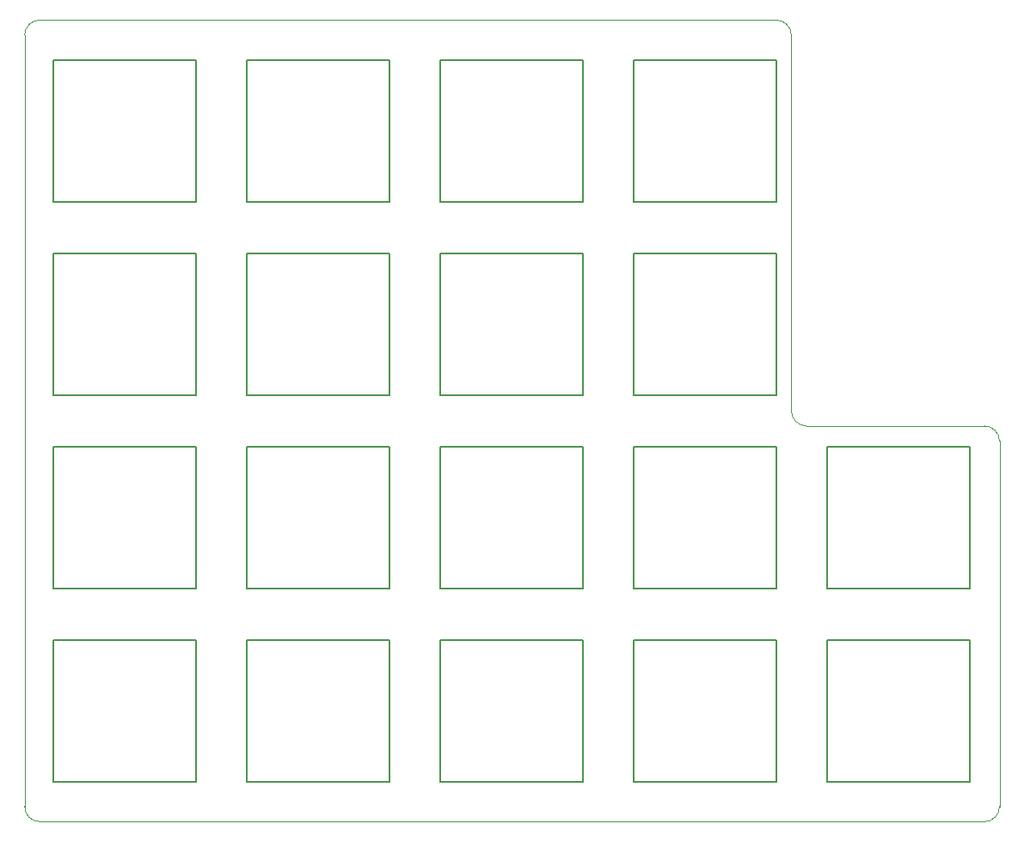
<source format=gm1>
G04 #@! TF.GenerationSoftware,KiCad,Pcbnew,(5.1.10)-1*
G04 #@! TF.CreationDate,2021-09-11T20:09:11+09:00*
G04 #@! TF.ProjectId,cc_proto_top,63635f70-726f-4746-9f5f-746f702e6b69,rev?*
G04 #@! TF.SameCoordinates,Original*
G04 #@! TF.FileFunction,Profile,NP*
%FSLAX46Y46*%
G04 Gerber Fmt 4.6, Leading zero omitted, Abs format (unit mm)*
G04 Created by KiCad (PCBNEW (5.1.10)-1) date 2021-09-11 20:09:11*
%MOMM*%
%LPD*%
G01*
G04 APERTURE LIST*
G04 #@! TA.AperFunction,Profile*
%ADD10C,0.200000*%
G04 #@! TD*
G04 #@! TA.AperFunction,Profile*
%ADD11C,0.050000*%
G04 #@! TD*
G04 APERTURE END LIST*
D10*
X131550000Y-63900500D02*
X131550000Y-77899960D01*
X131550000Y-77899960D02*
X117550450Y-77899960D01*
X136600450Y-115999960D02*
X136600450Y-102000500D01*
X136600450Y-102000500D02*
X150600000Y-102000500D01*
X117550450Y-77899960D02*
X117550450Y-63900500D01*
X98500450Y-63900500D02*
X112500000Y-63900500D01*
X136600450Y-77899960D02*
X136600450Y-63900500D01*
X155650450Y-77899960D02*
X155650450Y-63900500D01*
X150600000Y-77899960D02*
X136600450Y-77899960D01*
X169650000Y-63900500D02*
X169650000Y-77899960D01*
X117550450Y-63900500D02*
X131550000Y-63900500D01*
X112500000Y-63900500D02*
X112500000Y-77899960D01*
X150600000Y-63900500D02*
X150600000Y-77899960D01*
X136600450Y-63900500D02*
X150600000Y-63900500D01*
X155650450Y-63900500D02*
X169650000Y-63900500D01*
X98500450Y-77899960D02*
X98500450Y-63900500D01*
X112500000Y-77899960D02*
X98500450Y-77899960D01*
X169650000Y-77899960D02*
X155650450Y-77899960D01*
X117550450Y-96949960D02*
X117550450Y-82950500D01*
X98500450Y-82950500D02*
X112500000Y-82950500D01*
X136600450Y-96949960D02*
X136600450Y-82950500D01*
X155650450Y-96949960D02*
X155650450Y-82950500D01*
X150600000Y-96949960D02*
X136600450Y-96949960D01*
X169650000Y-82950500D02*
X169650000Y-96949960D01*
X117550450Y-82950500D02*
X131550000Y-82950500D01*
X112500000Y-82950500D02*
X112500000Y-96949960D01*
X131550000Y-82950500D02*
X131550000Y-96949960D01*
X131550000Y-96949960D02*
X117550450Y-96949960D01*
X150600000Y-82950500D02*
X150600000Y-96949960D01*
X136600450Y-82950500D02*
X150600000Y-82950500D01*
X155650450Y-82950500D02*
X169650000Y-82950500D01*
X98500450Y-96949960D02*
X98500450Y-82950500D01*
X112500000Y-96949960D02*
X98500450Y-96949960D01*
X169650000Y-96949960D02*
X155650450Y-96949960D01*
X174700450Y-102000500D02*
X188700000Y-102000500D01*
X98500450Y-115999960D02*
X98500450Y-102000500D01*
X112500000Y-115999960D02*
X98500450Y-115999960D01*
X112500000Y-102000500D02*
X112500000Y-115999960D01*
X155650450Y-102000500D02*
X169650000Y-102000500D01*
X131550000Y-115999960D02*
X117550450Y-115999960D01*
X150600000Y-102000500D02*
X150600000Y-115999960D01*
X117550450Y-115999960D02*
X117550450Y-102000500D01*
X117550450Y-102000500D02*
X131550000Y-102000500D01*
X188700000Y-102000500D02*
X188700000Y-115999960D01*
X169650000Y-102000500D02*
X169650000Y-115999960D01*
X174700450Y-115999960D02*
X174700450Y-102000500D01*
X155650450Y-115999960D02*
X155650450Y-102000500D01*
X131550000Y-102000500D02*
X131550000Y-115999960D01*
X150600000Y-115999960D02*
X136600450Y-115999960D01*
X188700000Y-115999960D02*
X174700450Y-115999960D01*
X169650000Y-115999960D02*
X155650450Y-115999960D01*
X98500450Y-102000500D02*
X112500000Y-102000500D01*
X174700450Y-121050500D02*
X188700000Y-121050500D01*
X188700000Y-121050500D02*
X188700000Y-135049960D01*
X174700450Y-135049960D02*
X174700450Y-121050500D01*
X188700000Y-135049960D02*
X174700450Y-135049960D01*
X155650450Y-135049960D02*
X155650450Y-121050500D01*
X169650000Y-121050500D02*
X169650000Y-135049960D01*
X169650000Y-135049960D02*
X155650450Y-135049960D01*
X155650450Y-121050500D02*
X169650000Y-121050500D01*
X150600000Y-135049960D02*
X136600450Y-135049960D01*
X136600450Y-135049960D02*
X136600450Y-121050500D01*
X136600450Y-121050500D02*
X150600000Y-121050500D01*
X150600000Y-121050500D02*
X150600000Y-135049960D01*
X117550450Y-135049960D02*
X117550450Y-121050500D01*
X131550000Y-135049960D02*
X117550450Y-135049960D01*
X131550000Y-121050500D02*
X131550000Y-135049960D01*
X117550450Y-121050500D02*
X131550000Y-121050500D01*
X112500000Y-135049960D02*
X98500450Y-135049960D01*
X112500000Y-121050500D02*
X112500000Y-135049960D01*
X98500450Y-135049960D02*
X98500450Y-121050500D01*
D11*
X191650500Y-101475600D02*
X191650500Y-137475600D01*
X172650500Y-99975600D02*
X190150500Y-99975600D01*
X171150500Y-61475600D02*
X171150500Y-98475600D01*
X172650500Y-99975600D02*
G75*
G02*
X171150500Y-98475600I0J1500000D01*
G01*
X169650500Y-59975600D02*
G75*
G02*
X171150500Y-61475600I0J-1500000D01*
G01*
X95650500Y-61475600D02*
X95650500Y-137475600D01*
X169650500Y-59975600D02*
X97150500Y-59975600D01*
X97150500Y-138975600D02*
X190150500Y-138975600D01*
X97150500Y-138975600D02*
G75*
G02*
X95650500Y-137475600I0J1500000D01*
G01*
X191650500Y-137475600D02*
G75*
G02*
X190150500Y-138975600I-1500000J0D01*
G01*
X190150500Y-99975600D02*
G75*
G02*
X191650500Y-101475600I0J-1500000D01*
G01*
X95650500Y-61475600D02*
G75*
G02*
X97150500Y-59975600I1500000J0D01*
G01*
D10*
X98500450Y-121050500D02*
X112500000Y-121050500D01*
M02*

</source>
